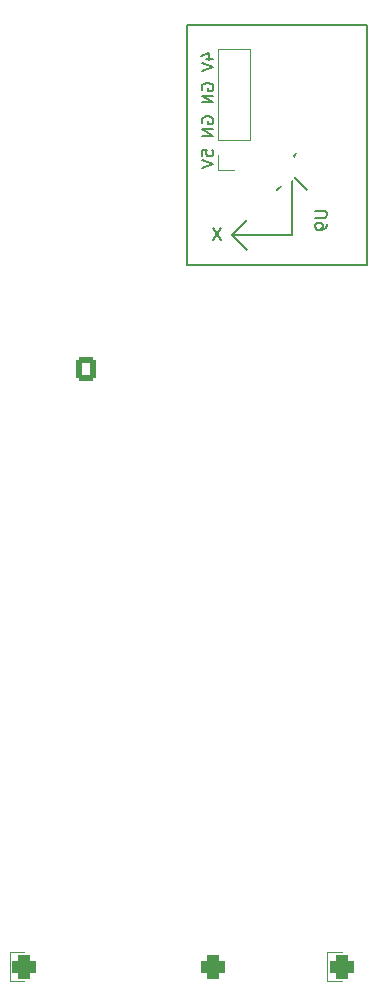
<source format=gbr>
%TF.GenerationSoftware,KiCad,Pcbnew,(6.0.7)*%
%TF.CreationDate,2022-09-24T23:46:27+02:00*%
%TF.ProjectId,airstream_controller,61697273-7472-4656-916d-5f636f6e7472,rev?*%
%TF.SameCoordinates,Original*%
%TF.FileFunction,Legend,Bot*%
%TF.FilePolarity,Positive*%
%FSLAX46Y46*%
G04 Gerber Fmt 4.6, Leading zero omitted, Abs format (unit mm)*
G04 Created by KiCad (PCBNEW (6.0.7)) date 2022-09-24 23:46:27*
%MOMM*%
%LPD*%
G01*
G04 APERTURE LIST*
G04 Aperture macros list*
%AMRoundRect*
0 Rectangle with rounded corners*
0 $1 Rounding radius*
0 $2 $3 $4 $5 $6 $7 $8 $9 X,Y pos of 4 corners*
0 Add a 4 corners polygon primitive as box body*
4,1,4,$2,$3,$4,$5,$6,$7,$8,$9,$2,$3,0*
0 Add four circle primitives for the rounded corners*
1,1,$1+$1,$2,$3*
1,1,$1+$1,$4,$5*
1,1,$1+$1,$6,$7*
1,1,$1+$1,$8,$9*
0 Add four rect primitives between the rounded corners*
20,1,$1+$1,$2,$3,$4,$5,0*
20,1,$1+$1,$4,$5,$6,$7,0*
20,1,$1+$1,$6,$7,$8,$9,0*
20,1,$1+$1,$8,$9,$2,$3,0*%
G04 Aperture macros list end*
%ADD10C,0.150000*%
%ADD11C,0.120000*%
%ADD12R,1.700000X1.700000*%
%ADD13O,1.700000X1.700000*%
%ADD14O,2.268000X1.524000*%
%ADD15C,3.200000*%
%ADD16RoundRect,0.250000X-0.600000X-0.750000X0.600000X-0.750000X0.600000X0.750000X-0.600000X0.750000X0*%
%ADD17O,1.700000X2.000000*%
%ADD18C,0.650000*%
%ADD19O,1.600000X1.000000*%
%ADD20O,2.100000X1.000000*%
%ADD21R,3.500000X3.500000*%
%ADD22C,3.500000*%
%ADD23RoundRect,0.500000X-0.500000X-0.500000X0.500000X-0.500000X0.500000X0.500000X-0.500000X0.500000X0*%
%ADD24O,1.524000X2.268000*%
%ADD25RoundRect,0.250000X-0.600000X-0.725000X0.600000X-0.725000X0.600000X0.725000X-0.600000X0.725000X0*%
%ADD26O,1.700000X1.950000*%
G04 APERTURE END LIST*
D10*
%TO.C,J6*%
X53885714Y-30166666D02*
X54552380Y-30166666D01*
X53504761Y-29928571D02*
X54219047Y-29690476D01*
X54219047Y-30309523D01*
X53552380Y-30547619D02*
X54552380Y-30880952D01*
X53552380Y-31214285D01*
X53600000Y-32833333D02*
X53552380Y-32738095D01*
X53552380Y-32595238D01*
X53600000Y-32452380D01*
X53695238Y-32357142D01*
X53790476Y-32309523D01*
X53980952Y-32261904D01*
X54123809Y-32261904D01*
X54314285Y-32309523D01*
X54409523Y-32357142D01*
X54504761Y-32452380D01*
X54552380Y-32595238D01*
X54552380Y-32690476D01*
X54504761Y-32833333D01*
X54457142Y-32880952D01*
X54123809Y-32880952D01*
X54123809Y-32690476D01*
X54552380Y-33309523D02*
X53552380Y-33309523D01*
X54552380Y-33880952D01*
X53552380Y-33880952D01*
X53600000Y-35642857D02*
X53552380Y-35547619D01*
X53552380Y-35404761D01*
X53600000Y-35261904D01*
X53695238Y-35166666D01*
X53790476Y-35119047D01*
X53980952Y-35071428D01*
X54123809Y-35071428D01*
X54314285Y-35119047D01*
X54409523Y-35166666D01*
X54504761Y-35261904D01*
X54552380Y-35404761D01*
X54552380Y-35500000D01*
X54504761Y-35642857D01*
X54457142Y-35690476D01*
X54123809Y-35690476D01*
X54123809Y-35500000D01*
X54552380Y-36119047D02*
X53552380Y-36119047D01*
X54552380Y-36690476D01*
X53552380Y-36690476D01*
X53552380Y-38404761D02*
X53552380Y-37928571D01*
X54028571Y-37880952D01*
X53980952Y-37928571D01*
X53933333Y-38023809D01*
X53933333Y-38261904D01*
X53980952Y-38357142D01*
X54028571Y-38404761D01*
X54123809Y-38452380D01*
X54361904Y-38452380D01*
X54457142Y-38404761D01*
X54504761Y-38357142D01*
X54552380Y-38261904D01*
X54552380Y-38023809D01*
X54504761Y-37928571D01*
X54457142Y-37880952D01*
X53552380Y-38738095D02*
X54552380Y-39071428D01*
X53552380Y-39404761D01*
%TO.C,U9*%
X63174880Y-43075595D02*
X63984404Y-43075595D01*
X64079642Y-43123214D01*
X64127261Y-43170833D01*
X64174880Y-43266071D01*
X64174880Y-43456547D01*
X64127261Y-43551785D01*
X64079642Y-43599404D01*
X63984404Y-43647023D01*
X63174880Y-43647023D01*
X64174880Y-44170833D02*
X64174880Y-44361309D01*
X64127261Y-44456547D01*
X64079642Y-44504166D01*
X63936785Y-44599404D01*
X63746309Y-44647023D01*
X63365357Y-44647023D01*
X63270119Y-44599404D01*
X63222500Y-44551785D01*
X63174880Y-44456547D01*
X63174880Y-44266071D01*
X63222500Y-44170833D01*
X63270119Y-44123214D01*
X63365357Y-44075595D01*
X63603452Y-44075595D01*
X63698690Y-44123214D01*
X63746309Y-44170833D01*
X63793928Y-44266071D01*
X63793928Y-44456547D01*
X63746309Y-44551785D01*
X63698690Y-44599404D01*
X63603452Y-44647023D01*
X61182500Y-38733690D02*
X61182500Y-39209880D01*
X61515833Y-38209880D02*
X61182500Y-38733690D01*
X60849166Y-38209880D01*
X55165833Y-44559880D02*
X54499166Y-45559880D01*
X54499166Y-44559880D02*
X55165833Y-45559880D01*
D11*
%TO.C,J6*%
X57630000Y-37030000D02*
X57630000Y-29350000D01*
X54970000Y-38300000D02*
X54970000Y-39630000D01*
X54970000Y-29350000D02*
X57630000Y-29350000D01*
X54970000Y-37030000D02*
X57630000Y-37030000D01*
X54970000Y-39630000D02*
X56300000Y-39630000D01*
X54970000Y-37030000D02*
X54970000Y-29350000D01*
D10*
%TO.C,U9*%
X52292500Y-27327500D02*
X52292500Y-47647500D01*
X52292500Y-47647500D02*
X67532500Y-47647500D01*
X67532500Y-47647500D02*
X67532500Y-27327500D01*
X67532500Y-27327500D02*
X52292500Y-27327500D01*
X59912500Y-41297500D02*
X61182500Y-40027500D01*
X61182500Y-40027500D02*
X62452500Y-41297500D01*
X61182500Y-45107500D02*
X61182500Y-40027500D01*
X56102500Y-45107500D02*
X61182500Y-45107500D01*
X57372500Y-43837500D02*
X56102500Y-45107500D01*
X56102500Y-45107500D02*
X57372500Y-46377500D01*
D11*
%TO.C,U7*%
X64205000Y-105800000D02*
X65455000Y-105800000D01*
X64205000Y-108300000D02*
X65455000Y-108300000D01*
X64205000Y-107050000D02*
X64205000Y-105800000D01*
X64205000Y-107050000D02*
X64205000Y-108300000D01*
%TO.C,U8*%
X37305000Y-108300000D02*
X38555000Y-108300000D01*
X37305000Y-107050000D02*
X37305000Y-105800000D01*
X37305000Y-107050000D02*
X37305000Y-108300000D01*
X37305000Y-105800000D02*
X38555000Y-105800000D01*
%TD*%
%LPC*%
D12*
%TO.C,J6*%
X56300000Y-38300000D03*
D13*
X56300000Y-35760000D03*
X56300000Y-33220000D03*
X56300000Y-30680000D03*
%TD*%
D14*
%TO.C,U9*%
X66262500Y-28597500D03*
X66262500Y-31137500D03*
X66262500Y-33677500D03*
X66262500Y-36217500D03*
X66262500Y-38757500D03*
X66262500Y-41297500D03*
X66262500Y-43837500D03*
X66262500Y-46377500D03*
%TD*%
D15*
%TO.C,H6*%
X96000000Y-116000000D03*
%TD*%
%TO.C,H7*%
X24000000Y-116000000D03*
%TD*%
D16*
%TO.C,J3*%
X43750000Y-56475000D03*
D17*
X46250000Y-56475000D03*
%TD*%
D15*
%TO.C,H2*%
X44000000Y-98500000D03*
%TD*%
D18*
%TO.C,J1*%
X26800000Y-51490000D03*
X26800000Y-45710000D03*
D19*
X23150000Y-52920000D03*
X23150000Y-44280000D03*
D20*
X27330000Y-44280000D03*
X27330000Y-52920000D03*
%TD*%
D15*
%TO.C,H4*%
X76000000Y-66500000D03*
%TD*%
D16*
%TO.C,J5*%
X73750000Y-56475000D03*
D17*
X76250000Y-56475000D03*
%TD*%
D15*
%TO.C,H3*%
X76000000Y-98500000D03*
%TD*%
%TO.C,BT1*%
X60000000Y-95055000D03*
X60000000Y-39445000D03*
D21*
X60000000Y-30800000D03*
D22*
X60000000Y-102800000D03*
%TD*%
D15*
%TO.C,H5*%
X96000000Y-24000000D03*
%TD*%
%TO.C,H9*%
X60000000Y-24000000D03*
%TD*%
D23*
%TO.C,U7*%
X65455000Y-107050000D03*
X65455000Y-111550000D03*
X81455000Y-111550000D03*
X81455000Y-107050000D03*
%TD*%
D15*
%TO.C,H8*%
X24000000Y-24000000D03*
%TD*%
D24*
%TO.C,U4*%
X72372500Y-29087500D03*
X74912500Y-29087500D03*
X77452500Y-29087500D03*
X79992500Y-29087500D03*
X82532500Y-29087500D03*
X85072500Y-29087500D03*
X87612500Y-29087500D03*
X90152500Y-29087500D03*
%TD*%
D23*
%TO.C,U8*%
X38555000Y-107050000D03*
X38555000Y-111550000D03*
X54555000Y-111550000D03*
X54555000Y-107050000D03*
%TD*%
D25*
%TO.C,J2*%
X69850000Y-22875000D03*
D26*
X72350000Y-22875000D03*
X74850000Y-22875000D03*
X77350000Y-22875000D03*
%TD*%
D12*
%TO.C,J4*%
X81060000Y-51600000D03*
D13*
X83600000Y-51600000D03*
X86140000Y-51600000D03*
%TD*%
D15*
%TO.C,H1*%
X44000000Y-66500000D03*
%TD*%
M02*

</source>
